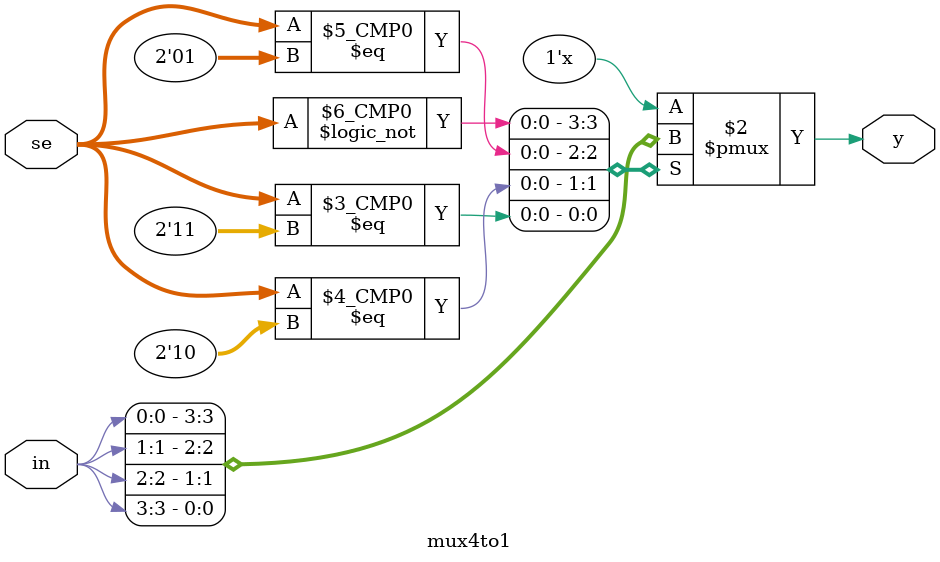
<source format=v>
module mux4to1(input[3:0]in,
               input[1:0]se,
               output reg y);
               
               always@(in,se)
               begin
               case(se)
                    2'd0:y=in[0];
                    2'd1:y=in[1];
                    2'd2:y=in[2];
                    2'd3:y=in[3];
                endcase
                end
endmodule

</source>
